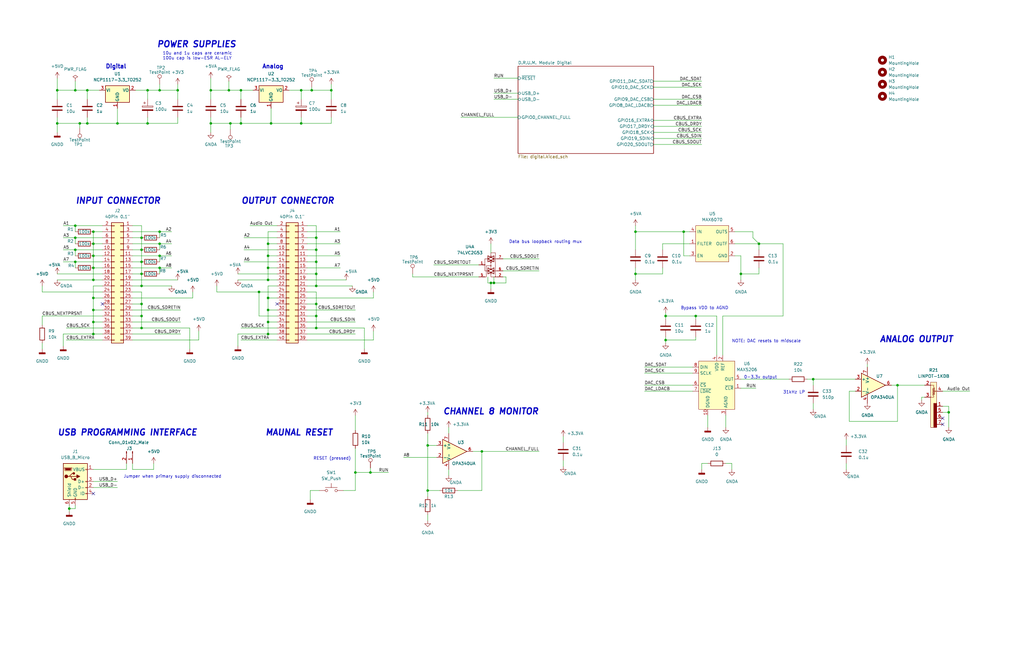
<source format=kicad_sch>
(kicad_sch (version 20211123) (generator eeschema)
  (paper "B")
  (title_block (title "D.R.U.M. Sample Module") (date "2022-09-23") (rev "0.0") (company "DRUM Instrumentation"))
  (junction (at 24.13 38.1))
  (junction (at 59.69 105.41))
  (junction (at 208.28 119.38))
  (junction (at 31.75 38.1))
  (junction (at 133.35 120.65))
  (junction (at 31.75 95.25))
  (junction (at 39.37 130.81))
  (junction (at 127 38.1))
  (junction (at 133.35 105.41))
  (junction (at 133.35 110.49))
  (junction (at 67.31 97.79))
  (junction (at 59.69 110.49))
  (junction (at 180.34 187.96))
  (junction (at 24.13 52.07))
  (junction (at 113.03 140.97))
  (junction (at 36.83 52.07))
  (junction (at 113.03 102.87))
  (junction (at 74.93 38.1))
  (junction (at 131.445 38.1))
  (junction (at 62.23 52.07))
  (junction (at 133.35 138.43))
  (junction (at 280.67 143.51))
  (junction (at 39.37 118.11))
  (junction (at 113.03 113.03))
  (junction (at 156.21 199.39))
  (junction (at 67.31 113.03))
  (junction (at 113.03 107.95))
  (junction (at 36.83 38.1))
  (junction (at 59.69 133.35))
  (junction (at 133.35 128.27))
  (junction (at 59.69 120.65))
  (junction (at 149.86 199.39))
  (junction (at 31.75 100.33))
  (junction (at 133.35 133.35))
  (junction (at 312.42 115.57))
  (junction (at 96.52 38.1))
  (junction (at 39.37 107.95))
  (junction (at 203.2 190.5))
  (junction (at 113.03 135.89))
  (junction (at 378.46 162.56))
  (junction (at 101.6 52.07))
  (junction (at 113.03 130.81))
  (junction (at 62.23 38.1))
  (junction (at 139.7 38.1))
  (junction (at 59.69 100.33))
  (junction (at 67.31 102.87))
  (junction (at 31.75 110.49))
  (junction (at 67.31 107.95))
  (junction (at 39.37 125.73))
  (junction (at 97.155 52.07))
  (junction (at 39.37 135.89))
  (junction (at 342.9 160.02))
  (junction (at 293.37 133.35))
  (junction (at 39.37 102.87))
  (junction (at 180.34 207.01))
  (junction (at 280.67 133.35))
  (junction (at 88.9 38.1))
  (junction (at 39.37 113.03))
  (junction (at 400.05 173.99))
  (junction (at 49.53 52.07))
  (junction (at 133.35 115.57))
  (junction (at 127 52.07))
  (junction (at 67.31 38.1))
  (junction (at 33.655 52.07))
  (junction (at 320.04 102.87))
  (junction (at 288.29 97.79))
  (junction (at 267.97 97.79))
  (junction (at 59.69 128.27))
  (junction (at 39.37 97.79))
  (junction (at 114.3 52.07))
  (junction (at 29.21 214.63))
  (junction (at 59.69 115.57))
  (junction (at 113.03 125.73))
  (junction (at 113.03 118.11))
  (junction (at 133.35 100.33))
  (junction (at 109.22 123.19))
  (junction (at 31.75 105.41))
  (junction (at 88.9 52.07))
  (junction (at 207.01 119.38))
  (junction (at 39.37 140.97))
  (junction (at 267.97 115.57))
  (junction (at 101.6 38.1))
  (junction (at 59.69 138.43))
  (no_connect (at 116.84 128.27))
  (no_connect (at 43.18 128.27))
  (no_connect (at 397.51 179.07))
  (no_connect (at 397.51 176.53))
  (no_connect (at 39.37 208.28))
  (wire (pts (xy 29.21 214.63) (xy 29.21 215.9)))
  (wire (pts (xy 39.37 125.73) (xy 39.37 130.81)))
  (wire (pts (xy 184.15 187.96) (xy 180.34 187.96)))
  (wire (pts (xy 293.37 133.35) (xy 293.37 134.62)))
  (wire (pts (xy 267.97 95.25) (xy 267.97 97.79)))
  (wire (pts (xy 17.78 137.16) (xy 17.78 133.35)))
  (wire (pts (xy 74.93 52.07) (xy 62.23 52.07)))
  (wire (pts (xy 149.86 199.39) (xy 149.86 207.01)))
  (wire (pts (xy 88.9 52.07) (xy 88.9 55.88)))
  (wire (pts (xy 109.22 133.35) (xy 109.22 123.19)))
  (wire (pts (xy 275.59 50.8) (xy 295.91 50.8)))
  (wire (pts (xy 129.54 138.43) (xy 133.35 138.43)))
  (wire (pts (xy 205.74 119.38) (xy 207.01 119.38)))
  (wire (pts (xy 55.88 140.97) (xy 76.2 140.97)))
  (wire (pts (xy 67.31 97.79) (xy 67.31 100.33)))
  (wire (pts (xy 55.88 113.03) (xy 67.31 113.03)))
  (wire (pts (xy 302.26 133.35) (xy 293.37 133.35)))
  (wire (pts (xy 129.54 95.25) (xy 133.35 95.25)))
  (wire (pts (xy 290.83 107.95) (xy 288.29 107.95)))
  (wire (pts (xy 133.35 95.25) (xy 133.35 100.33)))
  (wire (pts (xy 55.88 130.81) (xy 76.2 130.81)))
  (wire (pts (xy 88.9 49.53) (xy 88.9 52.07)))
  (wire (pts (xy 91.44 123.19) (xy 109.22 123.19)))
  (wire (pts (xy 139.7 41.91) (xy 139.7 38.1)))
  (wire (pts (xy 129.54 128.27) (xy 133.35 128.27)))
  (wire (pts (xy 157.48 125.73) (xy 129.54 125.73)))
  (wire (pts (xy 109.22 123.19) (xy 116.84 123.19)))
  (wire (pts (xy 153.67 147.32) (xy 153.67 138.43)))
  (wire (pts (xy 43.18 97.79) (xy 39.37 97.79)))
  (wire (pts (xy 330.2 102.87) (xy 330.2 133.35)))
  (wire (pts (xy 88.9 38.1) (xy 96.52 38.1)))
  (wire (pts (xy 57.15 38.1) (xy 62.23 38.1)))
  (wire (pts (xy 59.69 133.35) (xy 59.69 138.43)))
  (wire (pts (xy 144.78 207.01) (xy 149.86 207.01)))
  (wire (pts (xy 308.61 198.12) (xy 308.61 195.58)))
  (wire (pts (xy 39.37 102.87) (xy 39.37 107.95)))
  (wire (pts (xy 31.75 34.29) (xy 31.75 38.1)))
  (wire (pts (xy 67.31 102.87) (xy 72.39 102.87)))
  (wire (pts (xy 114.3 52.07) (xy 114.3 45.72)))
  (wire (pts (xy 212.09 109.22) (xy 227.33 109.22)))
  (wire (pts (xy 267.97 105.41) (xy 267.97 97.79)))
  (wire (pts (xy 279.4 102.87) (xy 290.83 102.87)))
  (wire (pts (xy 39.37 107.95) (xy 39.37 113.03)))
  (wire (pts (xy 275.59 34.29) (xy 295.91 34.29)))
  (wire (pts (xy 102.87 100.33) (xy 116.84 100.33)))
  (wire (pts (xy 33.655 52.07) (xy 33.655 53.975)))
  (wire (pts (xy 101.6 41.91) (xy 101.6 38.1)))
  (wire (pts (xy 133.35 115.57) (xy 129.54 115.57)))
  (wire (pts (xy 365.76 153.67) (xy 365.76 154.94)))
  (wire (pts (xy 127 38.1) (xy 127 41.91)))
  (wire (pts (xy 62.23 52.07) (xy 49.53 52.07)))
  (wire (pts (xy 67.31 97.79) (xy 72.39 97.79)))
  (wire (pts (xy 49.53 52.07) (xy 49.53 45.72)))
  (wire (pts (xy 24.13 38.1) (xy 31.75 38.1)))
  (wire (pts (xy 26.67 140.97) (xy 39.37 140.97)))
  (wire (pts (xy 320.04 115.57) (xy 312.42 115.57)))
  (wire (pts (xy 129.54 123.19) (xy 133.35 123.19)))
  (wire (pts (xy 100.33 118.11) (xy 113.03 118.11)))
  (wire (pts (xy 31.75 95.25) (xy 43.18 95.25)))
  (wire (pts (xy 292.1 154.94) (xy 271.78 154.94)))
  (wire (pts (xy 312.42 160.02) (xy 332.74 160.02)))
  (wire (pts (xy 88.9 38.1) (xy 88.9 41.91)))
  (wire (pts (xy 342.9 170.18) (xy 342.9 172.72)))
  (wire (pts (xy 129.54 107.95) (xy 143.51 107.95)))
  (wire (pts (xy 317.5 100.33) (xy 320.04 102.87)))
  (wire (pts (xy 149.86 175.26) (xy 149.86 181.61)))
  (wire (pts (xy 309.88 102.87) (xy 320.04 102.87)))
  (wire (pts (xy 116.84 107.95) (xy 113.03 107.95)))
  (wire (pts (xy 292.1 165.1) (xy 271.78 165.1)))
  (wire (pts (xy 72.39 120.65) (xy 59.69 120.65)))
  (wire (pts (xy 292.1 162.56) (xy 271.78 162.56)))
  (wire (pts (xy 43.18 118.11) (xy 39.37 118.11)))
  (wire (pts (xy 64.77 195.58) (xy 64.77 198.12)))
  (wire (pts (xy 31.75 38.1) (xy 36.83 38.1)))
  (wire (pts (xy 116.84 135.89) (xy 113.03 135.89)))
  (wire (pts (xy 149.86 199.39) (xy 156.21 199.39)))
  (wire (pts (xy 207.01 119.38) (xy 208.28 119.38)))
  (wire (pts (xy 309.88 97.79) (xy 317.5 97.79)))
  (wire (pts (xy 17.78 144.78) (xy 17.78 147.32)))
  (wire (pts (xy 67.31 113.03) (xy 67.31 115.57)))
  (wire (pts (xy 189.23 200.66) (xy 189.23 198.12)))
  (wire (pts (xy 320.04 102.87) (xy 330.2 102.87)))
  (wire (pts (xy 275.59 44.45) (xy 295.91 44.45)))
  (wire (pts (xy 83.82 143.51) (xy 55.88 143.51)))
  (wire (pts (xy 397.51 171.45) (xy 400.05 171.45)))
  (wire (pts (xy 83.82 139.7) (xy 83.82 143.51)))
  (wire (pts (xy 113.03 107.95) (xy 113.03 113.03)))
  (wire (pts (xy 127 38.1) (xy 131.445 38.1)))
  (wire (pts (xy 74.93 118.11) (xy 55.88 118.11)))
  (wire (pts (xy 133.35 133.35) (xy 133.35 138.43)))
  (wire (pts (xy 275.59 58.42) (xy 295.91 58.42)))
  (wire (pts (xy 116.84 102.87) (xy 113.03 102.87)))
  (wire (pts (xy 312.42 163.83) (xy 318.77 163.83)))
  (wire (pts (xy 218.44 33.02) (xy 208.28 33.02)))
  (wire (pts (xy 139.7 49.53) (xy 139.7 52.07)))
  (wire (pts (xy 59.69 100.33) (xy 59.69 105.41)))
  (wire (pts (xy 31.75 110.49) (xy 43.18 110.49)))
  (wire (pts (xy 267.97 115.57) (xy 267.97 118.11)))
  (wire (pts (xy 31.75 213.36) (xy 31.75 214.63)))
  (wire (pts (xy 129.54 135.89) (xy 149.86 135.89)))
  (wire (pts (xy 213.36 116.84) (xy 213.36 119.38)))
  (wire (pts (xy 26.67 95.25) (xy 31.75 95.25)))
  (wire (pts (xy 127 52.07) (xy 114.3 52.07)))
  (wire (pts (xy 360.68 165.1) (xy 358.14 165.1)))
  (wire (pts (xy 55.88 128.27) (xy 59.69 128.27)))
  (wire (pts (xy 17.78 123.19) (xy 43.18 123.19)))
  (wire (pts (xy 131.445 36.83) (xy 131.445 38.1)))
  (wire (pts (xy 212.09 114.3) (xy 227.33 114.3)))
  (wire (pts (xy 67.31 35.56) (xy 67.31 38.1)))
  (wire (pts (xy 293.37 143.51) (xy 280.67 143.51)))
  (wire (pts (xy 275.59 36.83) (xy 295.91 36.83)))
  (wire (pts (xy 39.37 205.74) (xy 49.53 205.74)))
  (wire (pts (xy 182.88 111.76) (xy 201.93 111.76)))
  (wire (pts (xy 81.28 125.73) (xy 55.88 125.73)))
  (wire (pts (xy 306.07 175.26) (xy 306.07 180.34)))
  (wire (pts (xy 74.93 35.56) (xy 74.93 38.1)))
  (wire (pts (xy 101.6 52.07) (xy 114.3 52.07)))
  (wire (pts (xy 130.81 207.01) (xy 134.62 207.01)))
  (wire (pts (xy 59.69 115.57) (xy 59.69 110.49)))
  (wire (pts (xy 173.99 115.57) (xy 173.99 116.84)))
  (wire (pts (xy 342.9 160.02) (xy 360.68 160.02)))
  (wire (pts (xy 129.54 100.33) (xy 133.35 100.33)))
  (wire (pts (xy 39.37 118.11) (xy 39.37 113.03)))
  (wire (pts (xy 101.6 52.07) (xy 101.6 49.53)))
  (wire (pts (xy 189.23 180.34) (xy 189.23 182.88)))
  (wire (pts (xy 113.03 118.11) (xy 116.84 118.11)))
  (wire (pts (xy 24.13 52.07) (xy 33.655 52.07)))
  (wire (pts (xy 24.13 38.1) (xy 24.13 41.91)))
  (wire (pts (xy 31.75 105.41) (xy 43.18 105.41)))
  (wire (pts (xy 97.155 52.07) (xy 101.6 52.07)))
  (wire (pts (xy 113.03 135.89) (xy 113.03 140.97)))
  (wire (pts (xy 67.31 107.95) (xy 67.31 110.49)))
  (wire (pts (xy 113.03 120.65) (xy 113.03 125.73)))
  (wire (pts (xy 288.29 97.79) (xy 290.83 97.79)))
  (wire (pts (xy 59.69 105.41) (xy 59.69 110.49)))
  (wire (pts (xy 55.88 105.41) (xy 59.69 105.41)))
  (wire (pts (xy 59.69 120.65) (xy 55.88 120.65)))
  (wire (pts (xy 133.35 115.57) (xy 133.35 110.49)))
  (wire (pts (xy 293.37 133.35) (xy 280.67 133.35)))
  (wire (pts (xy 39.37 203.2) (xy 49.53 203.2)))
  (wire (pts (xy 340.36 160.02) (xy 342.9 160.02)))
  (wire (pts (xy 267.97 97.79) (xy 288.29 97.79)))
  (wire (pts (xy 302.26 149.86) (xy 302.26 133.35)))
  (wire (pts (xy 31.75 105.41) (xy 31.75 107.95)))
  (wire (pts (xy 96.52 38.1) (xy 101.6 38.1)))
  (wire (pts (xy 320.04 113.03) (xy 320.04 115.57)))
  (wire (pts (xy 62.23 49.53) (xy 62.23 52.07)))
  (wire (pts (xy 180.34 182.88) (xy 180.34 187.96)))
  (wire (pts (xy 218.44 39.37) (xy 208.28 39.37)))
  (wire (pts (xy 388.62 168.91) (xy 388.62 167.64)))
  (wire (pts (xy 59.69 128.27) (xy 59.69 133.35)))
  (wire (pts (xy 131.445 38.1) (xy 139.7 38.1)))
  (wire (pts (xy 139.7 35.56) (xy 139.7 38.1)))
  (wire (pts (xy 97.155 52.07) (xy 97.155 54.61)))
  (wire (pts (xy 129.54 133.35) (xy 133.35 133.35)))
  (wire (pts (xy 129.54 140.97) (xy 149.86 140.97)))
  (wire (pts (xy 55.88 97.79) (xy 67.31 97.79)))
  (wire (pts (xy 378.46 162.56) (xy 375.92 162.56)))
  (wire (pts (xy 157.48 123.19) (xy 157.48 125.73)))
  (wire (pts (xy 280.67 132.08) (xy 280.67 133.35)))
  (wire (pts (xy 203.2 190.5) (xy 227.33 190.5)))
  (wire (pts (xy 397.51 173.99) (xy 400.05 173.99)))
  (wire (pts (xy 397.51 165.1) (xy 408.94 165.1)))
  (wire (pts (xy 43.18 115.57) (xy 24.13 115.57)))
  (wire (pts (xy 62.23 38.1) (xy 62.23 41.91)))
  (wire (pts (xy 295.91 195.58) (xy 298.45 195.58)))
  (wire (pts (xy 356.87 195.58) (xy 356.87 198.12)))
  (wire (pts (xy 43.18 130.81) (xy 39.37 130.81)))
  (wire (pts (xy 102.87 110.49) (xy 116.84 110.49)))
  (wire (pts (xy 43.18 138.43) (xy 27.94 138.43)))
  (wire (pts (xy 59.69 110.49) (xy 55.88 110.49)))
  (wire (pts (xy 36.83 52.07) (xy 49.53 52.07)))
  (wire (pts (xy 26.67 146.05) (xy 26.67 140.97)))
  (wire (pts (xy 31.75 100.33) (xy 31.75 102.87)))
  (wire (pts (xy 24.13 118.11) (xy 39.37 118.11)))
  (wire (pts (xy 91.44 120.65) (xy 91.44 123.19)))
  (wire (pts (xy 330.2 133.35) (xy 304.8 133.35)))
  (wire (pts (xy 180.34 207.01) (xy 180.34 209.55)))
  (wire (pts (xy 133.35 123.19) (xy 133.35 128.27)))
  (wire (pts (xy 62.23 38.1) (xy 67.31 38.1)))
  (wire (pts (xy 130.81 210.82) (xy 130.81 207.01)))
  (wire (pts (xy 74.93 41.91) (xy 74.93 38.1)))
  (wire (pts (xy 55.88 135.89) (xy 76.2 135.89)))
  (wire (pts (xy 312.42 115.57) (xy 312.42 118.11)))
  (wire (pts (xy 133.35 100.33) (xy 133.35 105.41)))
  (wire (pts (xy 116.84 130.81) (xy 113.03 130.81)))
  (wire (pts (xy 146.05 118.11) (xy 129.54 118.11)))
  (wire (pts (xy 43.18 125.73) (xy 39.37 125.73)))
  (wire (pts (xy 100.33 146.05) (xy 100.33 140.97)))
  (wire (pts (xy 67.31 107.95) (xy 72.39 107.95)))
  (wire (pts (xy 129.54 120.65) (xy 133.35 120.65)))
  (wire (pts (xy 133.35 128.27) (xy 133.35 133.35)))
  (wire (pts (xy 24.13 33.02) (xy 24.13 38.1)))
  (wire (pts (xy 208.28 116.84) (xy 208.28 119.38)))
  (wire (pts (xy 43.18 113.03) (xy 39.37 113.03)))
  (wire (pts (xy 156.21 199.39) (xy 163.83 199.39)))
  (wire (pts (xy 279.4 113.03) (xy 279.4 115.57)))
  (wire (pts (xy 67.31 102.87) (xy 67.31 105.41)))
  (wire (pts (xy 55.88 95.25) (xy 59.69 95.25)))
  (wire (pts (xy 129.54 102.87) (xy 143.51 102.87)))
  (wire (pts (xy 55.88 195.58) (xy 55.88 198.12)))
  (wire (pts (xy 31.75 110.49) (xy 31.75 113.03)))
  (wire (pts (xy 293.37 142.24) (xy 293.37 143.51)))
  (wire (pts (xy 116.84 125.73) (xy 113.03 125.73)))
  (wire (pts (xy 55.88 123.19) (xy 59.69 123.19)))
  (wire (pts (xy 39.37 198.12) (xy 53.34 198.12)))
  (wire (pts (xy 280.67 133.35) (xy 280.67 134.62)))
  (wire (pts (xy 36.83 52.07) (xy 36.83 49.53)))
  (wire (pts (xy 292.1 157.48) (xy 271.78 157.48)))
  (wire (pts (xy 116.84 143.51) (xy 101.6 143.51)))
  (wire (pts (xy 388.62 167.64) (xy 389.89 167.64)))
  (wire (pts (xy 180.34 217.17) (xy 180.34 219.71)))
  (wire (pts (xy 149.86 189.23) (xy 149.86 199.39)))
  (wire (pts (xy 36.83 41.91) (xy 36.83 38.1)))
  (wire (pts (xy 43.18 107.95) (xy 39.37 107.95)))
  (wire (pts (xy 81.28 123.19) (xy 81.28 125.73)))
  (wire (pts (xy 207.01 119.38) (xy 207.01 121.92)))
  (wire (pts (xy 43.18 102.87) (xy 39.37 102.87)))
  (wire (pts (xy 275.59 60.96) (xy 295.91 60.96)))
  (wire (pts (xy 55.88 138.43) (xy 59.69 138.43)))
  (wire (pts (xy 24.13 49.53) (xy 24.13 52.07)))
  (wire (pts (xy 320.04 102.87) (xy 320.04 105.41)))
  (wire (pts (xy 113.03 130.81) (xy 113.03 135.89)))
  (wire (pts (xy 267.97 113.03) (xy 267.97 115.57)))
  (wire (pts (xy 312.42 107.95) (xy 312.42 115.57)))
  (wire (pts (xy 133.35 105.41) (xy 133.35 110.49)))
  (wire (pts (xy 157.48 139.7) (xy 157.48 143.51)))
  (wire (pts (xy 31.75 100.33) (xy 43.18 100.33)))
  (wire (pts (xy 213.36 119.38) (xy 208.28 119.38)))
  (wire (pts (xy 116.84 120.65) (xy 113.03 120.65)))
  (wire (pts (xy 180.34 207.01) (xy 185.42 207.01)))
  (wire (pts (xy 67.31 38.1) (xy 74.93 38.1)))
  (wire (pts (xy 279.4 115.57) (xy 267.97 115.57)))
  (wire (pts (xy 218.44 41.91) (xy 208.28 41.91)))
  (wire (pts (xy 180.34 187.96) (xy 180.34 207.01)))
  (wire (pts (xy 59.69 123.19) (xy 59.69 128.27)))
  (wire (pts (xy 129.54 113.03) (xy 143.51 113.03)))
  (wire (pts (xy 80.01 147.32) (xy 80.01 138.43)))
  (wire (pts (xy 24.13 52.07) (xy 24.13 55.88)))
  (wire (pts (xy 26.67 100.33) (xy 31.75 100.33)))
  (wire (pts (xy 173.99 116.84) (xy 201.93 116.84)))
  (wire (pts (xy 53.34 198.12) (xy 53.34 195.58)))
  (wire (pts (xy 113.03 118.11) (xy 113.03 113.03)))
  (wire (pts (xy 116.84 95.25) (xy 105.41 95.25)))
  (wire (pts (xy 55.88 133.35) (xy 59.69 133.35)))
  (wire (pts (xy 378.46 162.56) (xy 389.89 162.56)))
  (wire (pts (xy 218.44 49.53) (xy 194.31 49.53)))
  (wire (pts (xy 133.35 120.65) (xy 148.59 120.65)))
  (wire (pts (xy 193.04 207.01) (xy 203.2 207.01)))
  (wire (pts (xy 59.69 120.65) (xy 59.69 115.57)))
  (wire (pts (xy 237.49 194.31) (xy 237.49 196.85)))
  (wire (pts (xy 400.05 173.99) (xy 400.05 180.34)))
  (wire (pts (xy 275.59 53.34) (xy 295.91 53.34)))
  (wire (pts (xy 55.88 107.95) (xy 67.31 107.95)))
  (wire (pts (xy 67.31 113.03) (xy 72.39 113.03)))
  (wire (pts (xy 100.33 140.97) (xy 113.03 140.97)))
  (wire (pts (xy 74.93 49.53) (xy 74.93 52.07)))
  (wire (pts (xy 358.14 165.1) (xy 358.14 177.8)))
  (wire (pts (xy 17.78 120.65) (xy 17.78 123.19)))
  (wire (pts (xy 39.37 120.65) (xy 39.37 125.73)))
  (wire (pts (xy 55.88 100.33) (xy 59.69 100.33)))
  (wire (pts (xy 102.87 105.41) (xy 116.84 105.41)))
  (wire (pts (xy 129.54 97.79) (xy 143.51 97.79)))
  (wire (pts (xy 280.67 142.24) (xy 280.67 143.51)))
  (wire (pts (xy 43.18 135.89) (xy 39.37 135.89)))
  (wire (pts (xy 129.54 105.41) (xy 133.35 105.41)))
  (wire (pts (xy 127 49.53) (xy 127 52.07)))
  (wire (pts (xy 378.46 177.8) (xy 378.46 162.56)))
  (wire (pts (xy 55.88 102.87) (xy 67.31 102.87)))
  (wire (pts (xy 26.67 105.41) (xy 31.75 105.41)))
  (wire (pts (xy 279.4 105.41) (xy 279.4 102.87)))
  (wire (pts (xy 116.84 97.79) (xy 113.03 97.79)))
  (wire (pts (xy 280.67 143.51) (xy 280.67 144.78)))
  (wire (pts (xy 113.03 102.87) (xy 113.03 107.95)))
  (wire (pts (xy 133.35 120.65) (xy 133.35 115.57)))
  (wire (pts (xy 39.37 140.97) (xy 43.18 140.97)))
  (wire (pts (xy 17.78 133.35) (xy 43.18 133.35)))
  (wire (pts (xy 157.48 143.51) (xy 129.54 143.51)))
  (wire (pts (xy 129.54 130.81) (xy 149.86 130.81)))
  (wire (pts (xy 358.14 177.8) (xy 378.46 177.8)))
  (wire (pts (xy 116.84 133.35) (xy 109.22 133.35)))
  (wire (pts (xy 26.67 110.49) (xy 31.75 110.49)))
  (wire (pts (xy 113.03 97.79) (xy 113.03 102.87)))
  (wire (pts (xy 33.655 52.07) (xy 36.83 52.07)))
  (wire (pts (xy 275.59 41.91) (xy 295.91 41.91)))
  (wire (pts (xy 121.92 38.1) (xy 127 38.1)))
  (wire (pts (xy 59.69 115.57) (xy 55.88 115.57)))
  (wire (pts (xy 288.29 107.95) (xy 288.29 97.79)))
  (wire (pts (xy 88.9 33.02) (xy 88.9 38.1)))
  (wire (pts (xy 203.2 207.01) (xy 203.2 190.5)))
  (wire (pts (xy 342.9 160.02) (xy 342.9 162.56)))
  (wire (pts (xy 59.69 138.43) (xy 80.01 138.43)))
  (wire (pts (xy 153.67 138.43) (xy 133.35 138.43)))
  (wire (pts (xy 213.36 116.84) (xy 212.09 116.84)))
  (wire (pts (xy 304.8 149.86) (xy 304.8 133.35)))
  (wire (pts (xy 116.84 113.03) (xy 113.03 113.03)))
  (wire (pts (xy 31.75 95.25) (xy 31.75 97.79)))
  (wire (pts (xy 180.34 173.99) (xy 180.34 175.26)))
  (wire (pts (xy 29.21 213.36) (xy 29.21 214.63)))
  (wire (pts (xy 31.75 214.63) (xy 29.21 214.63)))
  (wire (pts (xy 101.6 38.1) (xy 106.68 38.1)))
  (wire (pts (xy 170.18 193.04) (xy 184.15 193.04)))
  (wire (pts (xy 207.01 102.87) (xy 207.01 106.68)))
  (wire (pts (xy 203.2 190.5) (xy 199.39 190.5)))
  (wire (pts (xy 317.5 97.79) (xy 317.5 100.33)))
  (wire (pts (xy 156.21 197.485) (xy 156.21 199.39)))
  (wire (pts (xy 275.59 55.88) (xy 295.91 55.88)))
  (wire (pts (xy 133.35 110.49) (xy 129.54 110.49)))
  (wire (pts (xy 308.61 195.58) (xy 306.07 195.58)))
  (wire (pts (xy 55.88 198.12) (xy 64.77 198.12)))
  (wire (pts (xy 39.37 130.81) (xy 39.37 135.89)))
  (wire (pts (xy 43.18 143.51) (xy 27.94 143.51)))
  (wire (pts (xy 59.69 95.25) (xy 59.69 100.33)))
  (wire (pts (xy 39.37 97.79) (xy 39.37 102.87)))
  (wire (pts (xy 356.87 185.42) (xy 356.87 187.96)))
  (wire (pts (xy 298.45 175.26) (xy 298.45 180.34)))
  (wire (pts (xy 237.49 184.15) (xy 237.49 186.69)))
  (wire (pts (xy 116.84 138.43) (xy 101.6 138.43)))
  (wire (pts (xy 400.05 171.45) (xy 400.05 173.99)))
  (wire (pts (xy 205.74 116.84) (xy 205.74 119.38)))
  (wire (pts (xy 36.83 38.1) (xy 41.91 38.1)))
  (wire (pts (xy 139.7 52.07) (xy 127 52.07)))
  (wire (pts (xy 116.84 115.57) (xy 100.33 115.57)))
  (wire (pts (xy 309.88 107.95) (xy 312.42 107.95)))
  (wire (pts (xy 88.9 52.07) (xy 97.155 52.07)))
  (wire (pts (xy 43.18 120.65) (xy 39.37 120.65)))
  (wire (pts (xy 113.03 125.73) (xy 113.03 130.81)))
  (wire (pts (xy 295.91 198.12) (xy 295.91 195.58)))
  (wire (pts (xy 96.52 34.29) (xy 96.52 38.1)))
  (wire (pts (xy 113.03 140.97) (xy 116.84 140.97)))
  (wire (pts (xy 39.37 135.89) (xy 39.37 140.97)))
  (text "USB PROGRAMMING INTERFACE" (at 24.13 184.15 0) (effects (font (size 2.54 2.54) (thickness 0.508) bold italic) (justify left bottom)))
  (text "Analog" (at 110.49 29.21 0) (effects (font (size 1.75 1.75) bold) (justify left bottom)))
  (text "ANALOG OUTPUT" (at 370.84 144.78 0) (effects (font (size 2.54 2.54) (thickness 0.508) bold italic) (justify left bottom)))
  (text "10u and 1u caps are ceramic\n100u cap is low-ESR AL-ELY" (at 68.58 25.4 0) (effects (font (size 1.27 1.27)) (justify left bottom)))
  (text "Data bus loopback routing mux" (at 214.63 102.87 0) (effects (font (size 1.27 1.27)) (justify left bottom)))
  (text "Jumper when primary supply disconnected" (at 52.07 201.93 0) (effects (font (size 1.27 1.27)) (justify left bottom)))
  (text "MAUNAL RESET" (at 111.76 184.15 0) (effects (font (size 2.54 2.54) (thickness 0.508) bold italic) (justify left bottom)))
  (text "CHANNEL 8 MONITOR" (at 186.69 175.26 0) (effects (font (size 2.54 2.54) (thickness 0.508) bold italic) (justify left bottom)))
  (text "0-3.3v output" (at 313.69 160.02 0) (effects (font (size 1.27 1.27)) (justify left bottom)))
  (text "POWER SUPPLIES" (at 66.04 20.32 0) (effects (font (size 2.54 2.54) (thickness 0.508) bold italic) (justify left bottom)))
  (text "Bypass VDD to AGND" (at 287.02 130.81 0) (effects (font (size 1.27 1.27)) (justify left bottom)))
  (text "NOTE: DAC resets to midscale" (at 308.61 144.78 0) (effects (font (size 1.27 1.27)) (justify left bottom)))
  (text "RESET (pressed)" (at 132.08 194.31 0) (effects (font (size 1.27 1.27)) (justify left bottom)))
  (text "INPUT CONNECTOR" (at 31.75 86.36 0) (effects (font (size 2.54 2.54) (thickness 0.508) bold italic) (justify left bottom)))
  (text "OUTPUT CONNECTOR" (at 101.6 86.36 0) (effects (font (size 2.54 2.54) (thickness 0.508) bold italic) (justify left bottom)))
  (text "31kHz LP" (at 330.2 166.37 0) (effects (font (size 1.27 1.27)) (justify left bottom)))
  (text "Digital" (at 44.45 29.21 0) (effects (font (size 1.75 1.75) (thickness 0.35) bold) (justify left bottom)))
  (label "A6" (at 72.39 107.95 180))
  (label "A5" (at 26.67 105.41 0))
  (label "CBUS_SDOUT" (at 227.33 109.22 180))
  (label "DAC_LDACB" (at 271.78 165.1 0))
  (label "CBUS_SCK" (at 295.91 55.88 180))
  (label "CHANNEL_FULL" (at 194.31 49.53 0))
  (label "CBUS_SDRETOUT" (at 149.86 130.81 180))
  (label "DAC_SDAT" (at 271.78 154.94 0))
  (label "CBUS_NEXTPRSNT" (at 182.88 116.84 0))
  (label "CBUS_DRDY" (at 76.2 140.97 180))
  (label "CBUS_EXTRA" (at 101.6 143.51 0))
  (label "CBUS_SDIN" (at 149.86 135.89 180))
  (label "A5" (at 143.51 107.95 180))
  (label "USB_D+" (at 208.28 39.37 0))
  (label "CBUS_SDRETOUT" (at 182.88 111.76 0))
  (label "USB_D+" (at 49.53 203.2 180))
  (label "Audio Out" (at 408.94 165.1 180))
  (label "A6" (at 102.87 110.49 0))
  (label "A3" (at 26.67 100.33 0))
  (label "CBUS_SCK" (at 101.6 138.43 0))
  (label "A1" (at 143.51 97.79 180))
  (label "USB_D-" (at 208.28 41.91 0))
  (label "DAC_LDACB" (at 295.91 44.45 180))
  (label "DAC_SCK" (at 271.78 157.48 0))
  (label "CBUS_SDOUT" (at 295.91 60.96 180))
  (label "A8" (at 72.39 113.03 180))
  (label "CBUS_SDRETIN" (at 76.2 130.81 180))
  (label "CBUS_SDRETIN" (at 227.33 114.3 180))
  (label "A8" (at 170.18 193.04 0))
  (label "CBUS_SCK" (at 27.94 138.43 0))
  (label "A4" (at 102.87 105.41 0))
  (label "CBUS_NEXTPRSNT" (at 17.78 133.35 0))
  (label "A3" (at 143.51 102.87 180))
  (label "Audio Out" (at 105.41 95.25 0))
  (label "RUN" (at 318.77 163.83 180))
  (label "DAC_SCK" (at 295.91 36.83 180))
  (label "DAC_SDAT" (at 295.91 34.29 180))
  (label "DAC_CSB" (at 295.91 41.91 180))
  (label "USB_D-" (at 49.53 205.74 180))
  (label "RUN" (at 163.83 199.39 180))
  (label "CBUS_SDOUT" (at 76.2 135.89 180))
  (label "CBUS_EXTRA" (at 27.94 143.51 0))
  (label "CBUS_DRDY" (at 149.86 140.97 180))
  (label "A7" (at 26.67 110.49 0))
  (label "RUN" (at 208.28 33.02 0))
  (label "A1" (at 26.67 95.25 0))
  (label "CHANNEL_FULL" (at 227.33 190.5 180))
  (label "A2" (at 72.39 97.79 180))
  (label "DAC_CSB" (at 271.78 162.56 0))
  (label "A4" (at 72.39 102.87 180))
  (label "CBUS_DRDY" (at 295.91 53.34 180))
  (label "CBUS_SDIN" (at 295.91 58.42 180))
  (label "A7" (at 143.51 113.03 180))
  (label "A2" (at 102.87 100.33 0))
  (label "CBUS_EXTRA" (at 295.91 50.8 180))
  (symbol (lib_id "power:+3.3VA") (at 189.23 180.34 0) (unit 1)
    (property "Reference" "#PWR030" (effects hide))
    (property "Value" "+3.3VA" (at 194.31 179.07 0))
  )
  (symbol (lib_id "power:GNDD") (at 29.21 215.9 0) (unit 1)
    (property "Reference" "#PWR07" (effects hide))
    (property "Value" "GNDD" (at 29.21 220.98 0))
  )
  (symbol (lib_id "74xGxx:74LVC2G53") (at 207.01 111.76 0) (unit 1)
    (property "Reference" "U4" (at 198.12 104.14 0))
    (property "Value" "74LVC2G53" (at 198.12 106.68 0))
    (property "Footprint" "Package_SO:VSSOP-8_2.3x2mm_P0.5mm" (effects hide))
    (property "Datasheet" "http://www.ti.com/lit/sg/scyt129e/scyt129e.pdf" (effects hide))
  )
  (symbol (lib_id "power:GNDD") (at 153.67 147.32 0) (unit 1)
    (property "Reference" "#PWR09" (effects hide))
    (property "Value" "GNDD" (at 153.67 152.4 0))
  )
  (symbol (lib_id "Device:R") (at 149.86 185.42 0) (unit 1)
    (property "Reference" "R10" (at 152.4 184.1499 0) (effects (justify left)))
    (property "Value" "10k" (at 152.4 186.6899 0) (effects (justify left)))
    (property "Footprint" "Resistor_SMD:R_0603_1608Metric_Pad0.98x0.95mm_HandSolder" (effects hide))
  )
  (symbol (lib_id "power:GNDA") (at 342.9 172.72 0) (unit 1)
    (property "Reference" "#PWR0113" (effects hide))
    (property "Value" "GNDA" (at 345.8234 175.6869 0))
  )
  (symbol (lib_id "power:+5VD") (at 91.44 120.65 0) (unit 1)
    (property "Reference" "#PWR016" (effects hide))
    (property "Value" "+5VD" (at 91.44 115.57 0))
  )
  (symbol (lib_id "Connector:TestPoint") (at 33.655 53.975 180) (unit 1)
    (property "Reference" "TP1" (at 34.925 60.96 0) (effects (justify left)))
    (property "Value" "TestPoint" (at 38.1 59.055 0) (effects (justify left)))
    (property "Footprint" "TestPoint:TestPoint_Pad_D1.5mm" (effects hide))
  )
  (symbol (lib_id "custom-lib:LINPOT-10KDB") (at 393.7 170.18 0) (unit 1)
    (property "Reference" "R21" (at 393.7 156.21 0))
    (property "Value" "LINPOT-1KDB" (at 393.7 158.75 0))
    (property "Footprint" "custom:LINPOT-10KDB" (effects hide))
  )
  (symbol (lib_id "power:+5VA") (at 267.97 95.25 0) (unit 1)
    (property "Reference" "#PWR0101" (effects hide))
    (property "Value" "+5VA" (at 267.97 90.17 0))
  )
  (symbol (lib_id "power:+5VD") (at 81.28 123.19 0) (unit 1)
    (property "Reference" "#PWR027" (effects hide))
    (property "Value" "+5VD" (at 81.28 118.11 0))
  )
  (symbol (lib_id "power:+3.3VA") (at 139.7 35.56 0) (unit 1)
    (property "Reference" "#PWR022" (effects hide))
    (property "Value" "+3.3VA" (at 139.7 30.48 0))
  )
  (symbol (lib_id "power:+3V3") (at 149.86 175.26 0) (unit 1)
    (property "Reference" "#PWR026" (effects hide))
    (property "Value" "+3V3" (at 149.86 170.18 0))
  )
  (symbol (lib_id "Mechanical:MountingHole") (at 372.11 30.48 0) (unit 1)
    (property "Reference" "H2" (at 374.65 29.2099 0) (effects (justify left)))
    (property "Value" "MountingHole" (at 374.65 31.7499 0) (effects (justify left)))
    (property "Footprint" "MountingHole:MountingHole_3.2mm_M3" (effects hide))
  )
  (symbol (lib_id "power:GNDA") (at 388.62 168.91 0) (unit 1)
    (property "Reference" "#PWR040" (effects hide))
    (property "Value" "GNDA" (at 388.62 173.99 0))
  )
  (symbol (lib_id "power:+5VA") (at 146.05 118.11 0) (mirror y) (unit 1)
    (property "Reference" "#PWR023" (effects hide))
    (property "Value" "+5VA" (at 147.9894 114.5338 0))
  )
  (symbol (lib_id "custom-lib:MAX5206") (at 302.26 160.02 0) (unit 1)
    (property "Reference" "U6" (at 314.96 153.4412 0))
    (property "Value" "MAX5206" (at 314.96 155.9812 0))
    (property "Footprint" "Package_SO:MSOP-10_3x3mm_P0.5mm" (effects hide))
    (property "Datasheet" "https://datasheets.maximintegrated.com/en/ds/MAX5204-MAX5207.pdf" (effects hide))
  )
  (symbol (lib_id "custom-lib:MAX6070") (at 299.72 102.87 0) (unit 1)
    (property "Reference" "U5" (at 300.355 90.17 0))
    (property "Value" "MAX6070" (at 300.355 92.71 0))
    (property "Footprint" "Package_TO_SOT_SMD:SOT-23-6_Handsoldering" (effects hide))
  )
  (symbol (lib_id "Device:R") (at 189.23 207.01 270) (unit 1)
    (property "Reference" "R13" (at 189.23 209.55 90))
    (property "Value" "10k" (at 189.23 207.01 90))
    (property "Footprint" "Resistor_SMD:R_0603_1608Metric_Pad0.98x0.95mm_HandSolder" (effects hide))
  )
  (symbol (lib_id "power:PWR_FLAG") (at 31.75 34.29 0) (unit 1)
    (property "Reference" "#FLG02" (effects hide))
    (property "Value" "PWR_FLAG" (at 31.75 29.21 0))
  )
  (symbol (lib_id "Connector:TestPoint") (at 131.445 36.83 0) (unit 1)
    (property "Reference" "TP4" (at 130.175 29.845 0) (effects (justify left)))
    (property "Value" "TestPoint" (at 127 31.75 0) (effects (justify left)))
    (property "Footprint" "TestPoint:TestPoint_Pad_D1.5mm" (effects hide))
  )
  (symbol (lib_id "power:GNDD") (at 100.33 146.05 0) (unit 1)
    (property "Reference" "#PWR06" (effects hide))
    (property "Value" "GNDD" (at 100.33 151.13 0))
  )
  (symbol (lib_id "power:+5VA") (at 74.93 118.11 0) (mirror y) (unit 1)
    (property "Reference" "#PWR011" (effects hide))
    (property "Value" "+5VA" (at 76.8694 114.5338 0))
  )
  (symbol (lib_id "power:+3.3VA") (at 365.76 153.67 0) (unit 1)
    (property "Reference" "#PWR041" (effects hide))
    (property "Value" "+3.3VA" (at 365.76 148.59 0))
  )
  (symbol (lib_id "power:GNDA") (at 267.97 118.11 0) (unit 1)
    (property "Reference" "#PWR035" (effects hide))
    (property "Value" "GNDA" (at 267.97 123.19 0))
  )
  (symbol (lib_id "Device:R") (at 35.56 102.87 90) (unit 1)
    (property "Reference" "R2" (at 29.7372 101.7683 90))
    (property "Value" "100k" (at 35.56 102.87 90))
    (property "Footprint" "Resistor_SMD:R_1206_3216Metric_Pad1.30x1.75mm_HandSolder" (effects hide))
  )
  (symbol (lib_id "Regulator_Linear:NCP1117-3.3_TO252") (at 114.3 38.1 0) (unit 1)
    (property "Reference" "U2" (at 114.3 31.115 0))
    (property "Value" "NCP1117-3.3_TO252" (at 114.3 33.655 0))
    (property "Footprint" "Package_TO_SOT_SMD:TO-252-2" (effects hide))
    (property "Datasheet" "http://www.onsemi.com/pub_link/Collateral/NCP1117-D.PDF" (effects hide))
  )
  (symbol (lib_id "power:+5VD") (at 157.48 139.7 0) (unit 1)
    (property "Reference" "#PWR0102" (effects hide))
    (property "Value" "+5VD" (at 157.48 134.62 0))
  )
  (symbol (lib_id "Connector:TestPoint") (at 97.155 54.61 180) (unit 1)
    (property "Reference" "TP3" (at 98.425 61.595 0) (effects (justify left)))
    (property "Value" "TestPoint" (at 101.6 59.69 0) (effects (justify left)))
    (property "Footprint" "TestPoint:TestPoint_Pad_D1.5mm" (effects hide))
  )
  (symbol (lib_id "Mechanical:MountingHole") (at 372.11 40.64 0) (unit 1)
    (property "Reference" "H4" (at 374.65 39.3699 0) (effects (justify left)))
    (property "Value" "MountingHole" (at 374.65 41.9099 0) (effects (justify left)))
    (property "Footprint" "MountingHole:MountingHole_3.2mm_M3" (effects hide))
  )
  (symbol (lib_id "Device:R") (at 35.56 97.79 90) (unit 1)
    (property "Reference" "R1" (at 29.7372 96.7759 90))
    (property "Value" "100k" (at 35.56 97.79 90))
    (property "Footprint" "Resistor_SMD:R_1206_3216Metric_Pad1.30x1.75mm_HandSolder" (effects hide))
  )
  (symbol (lib_id "power:+5VA") (at 88.9 33.02 0) (unit 1)
    (property "Reference" "#PWR014" (effects hide))
    (property "Value" "+5VA" (at 88.9 27.94 0))
  )
  (symbol (lib_id "power:+3.3VA") (at 237.49 184.15 0) (unit 1)
    (property "Reference" "#PWR0105" (effects hide))
    (property "Value" "+3.3VA" (at 242.57 182.88 0))
  )
  (symbol (lib_id "power:GNDA") (at 356.87 198.12 0) (unit 1)
    (property "Reference" "#PWR0107" (effects hide))
    (property "Value" "GNDA" (at 359.7934 201.0869 0))
  )
  (symbol (lib_id "Device:R") (at 35.56 107.95 90) (unit 1)
    (property "Reference" "R3" (at 29.7372 107.0434 90))
    (property "Value" "100k" (at 35.56 107.95 90))
    (property "Footprint" "Resistor_SMD:R_1206_3216Metric_Pad1.30x1.75mm_HandSolder" (effects hide))
  )
  (symbol (lib_id "Device:C") (at 293.37 138.43 0) (unit 1)
    (property "Reference" "C12" (at 297.18 137.1599 0) (effects (justify left)))
    (property "Value" "1u" (at 297.18 139.6999 0) (effects (justify left)))
    (property "Footprint" "Capacitor_SMD:C_0603_1608Metric_Pad1.08x0.95mm_HandSolder" (effects hide))
  )
  (symbol (lib_id "Mechanical:MountingHole") (at 372.11 25.4 0) (unit 1)
    (property "Reference" "H1" (at 374.65 24.1299 0) (effects (justify left)))
    (property "Value" "MountingHole" (at 374.65 26.6699 0) (effects (justify left)))
    (property "Footprint" "MountingHole:MountingHole_3.2mm_M3" (effects hide))
  )
  (symbol (lib_id "Switch:SW_Push") (at 139.7 207.01 0) (unit 1)
    (property "Reference" "SW1" (at 139.7 199.39 0))
    (property "Value" "SW_Push" (at 139.7 201.93 0))
    (property "Footprint" "custom:TE_ConnMSLPT5252CG1" (effects hide))
  )
  (symbol (lib_id "power:+5VD") (at 157.48 123.19 0) (unit 1)
    (property "Reference" "#PWR013" (effects hide))
    (property "Value" "+5VD" (at 157.48 118.11 0))
  )
  (symbol (lib_id "Device:R") (at 302.26 195.58 90) (unit 1)
    (property "Reference" "J13" (at 302.26 189.23 90))
    (property "Value" "0" (at 302.26 191.77 90))
    (property "Footprint" "Jumper:SolderJumper-2_P1.3mm_Open_TrianglePad1.0x1.5mm" (effects hide))
  )
  (symbol (lib_id "Device:C") (at 36.83 45.72 0) (unit 1)
    (property "Reference" "C2" (at 40.64 44.4499 0) (effects (justify left)))
    (property "Value" "1u" (at 40.64 46.9899 0) (effects (justify left)))
    (property "Footprint" "Capacitor_SMD:C_0603_1608Metric_Pad1.08x0.95mm_HandSolder" (effects hide))
  )
  (symbol (lib_id "Device:C") (at 342.9 166.37 0) (unit 1)
    (property "Reference" "C33" (at 346.71 165.0999 0) (effects (justify left)))
    (property "Value" "510p" (at 346.71 167.6399 0) (effects (justify left)))
    (property "Footprint" "Capacitor_SMD:C_0603_1608Metric_Pad1.08x0.95mm_HandSolder" (effects hide))
  )
  (symbol (lib_id "power:+3.3VA") (at 180.34 173.99 0) (mirror y) (unit 1)
    (property "Reference" "#PWR028" (effects hide))
    (property "Value" "+3.3VA" (at 176.53 170.18 0) (effects (justify right)))
  )
  (symbol (lib_id "power:GNDA") (at 72.39 120.65 0) (mirror y) (unit 1)
    (property "Reference" "#PWR024" (effects hide))
    (property "Value" "GNDA" (at 76.2 123.19 0))
  )
  (symbol (lib_id "Device:C_Polarized") (at 127 45.72 0) (unit 1)
    (property "Reference" "C7" (at 130.175 43.5609 0) (effects (justify left)))
    (property "Value" "100u" (at 130.175 46.1009 0) (effects (justify left)))
    (property "Footprint" "Capacitor_THT:CP_Radial_D8.0mm_P3.50mm" (effects hide))
  )
  (symbol (lib_id "power:+5VD") (at 64.77 195.58 0) (unit 1)
    (property "Reference" "#PWR08" (effects hide))
    (property "Value" "+5VD" (at 64.77 190.5 0))
  )
  (symbol (lib_id "power:GNDD") (at 130.81 210.82 0) (unit 1)
    (property "Reference" "#PWR021" (effects hide))
    (property "Value" "GNDD" (at 130.81 215.9 0))
  )
  (symbol (lib_id "Device:C") (at 320.04 109.22 0) (unit 1)
    (property "Reference" "C13" (at 323.85 107.9499 0) (effects (justify left)))
    (property "Value" "0.1u" (at 323.85 110.4899 0) (effects (justify left)))
    (property "Footprint" "Capacitor_SMD:C_0603_1608Metric_Pad1.08x0.95mm_HandSolder" (effects hide))
  )
  (symbol (lib_id "Device:C") (at 279.4 109.22 0) (unit 1)
    (property "Reference" "C10" (at 283.21 107.9499 0) (effects (justify left)))
    (property "Value" "0.1u" (at 283.21 110.4899 0) (effects (justify left)))
    (property "Footprint" "Capacitor_SMD:C_0603_1608Metric_Pad1.08x0.95mm_HandSolder" (effects hide))
  )
  (symbol (lib_id "power:+3.3VA") (at 356.87 185.42 0) (unit 1)
    (property "Reference" "#PWR0108" (effects hide))
    (property "Value" "+3.3VA" (at 361.95 184.15 0))
  )
  (symbol (lib_id "Device:R") (at 336.55 160.02 90) (unit 1)
    (property "Reference" "R22" (at 336.55 153.67 90))
    (property "Value" "10k" (at 336.55 156.21 90))
    (property "Footprint" "Resistor_SMD:R_0603_1608Metric_Pad0.98x0.95mm_HandSolder" (effects hide))
  )
  (symbol (lib_id "power:PWR_FLAG") (at 96.52 34.29 0) (unit 1)
    (property "Reference" "#FLG05" (effects hide))
    (property "Value" "PWR_FLAG" (at 96.52 29.21 0))
  )
  (symbol (lib_id "power:GNDD") (at 298.45 180.34 0) (unit 1)
    (property "Reference" "#PWR0109" (effects hide))
    (property "Value" "GNDD" (at 298.45 185.42 0))
  )
  (symbol (lib_id "Connector:TestPoint") (at 173.99 115.57 0) (unit 1)
    (property "Reference" "TP6" (at 172.72 108.585 0) (effects (justify left)))
    (property "Value" "TestPoint" (at 169.545 110.49 0) (effects (justify left)))
    (property "Footprint" "TestPoint:TestPoint_Pad_D1.5mm" (effects hide))
  )
  (symbol (lib_id "power:+3.3VA") (at 280.67 132.08 0) (unit 1)
    (property "Reference" "#PWR0110" (effects hide))
    (property "Value" "+3.3VA" (at 280.67 127 0))
  )
  (symbol (lib_id "power:GNDA") (at 306.07 180.34 0) (unit 1)
    (property "Reference" "#PWR038" (effects hide))
    (property "Value" "GNDA" (at 306.07 185.42 0))
  )
  (symbol (lib_id "power:GNDA") (at 400.05 180.34 0) (unit 1)
    (property "Reference" "#PWR034" (effects hide))
    (property "Value" "GNDA" (at 400.05 185.42 0))
  )
  (symbol (lib_id "power:+5VD") (at 24.13 33.02 0) (unit 1)
    (property "Reference" "#PWR02" (effects hide))
    (property "Value" "+5VD" (at 24.13 27.94 0))
  )
  (symbol (lib_id "power:GNDA") (at 88.9 55.88 0) (unit 1)
    (property "Reference" "#PWR015" (effects hide))
    (property "Value" "GNDA" (at 88.9 60.96 0))
  )
  (symbol (lib_id "Amplifier_Operational:OPA340UA") (at 368.3 162.56 0) (unit 1)
    (property "Reference" "U7" (at 370.84 158.75 0))
    (property "Value" "OPA340UA" (at 372.11 167.64 0))
    (property "Footprint" "Package_SO:SOIC-8_3.9x4.9mm_P1.27mm" (effects hide))
    (property "Datasheet" "http://www.ti.com/lit/ds/symlink/opa340.pdf" (effects hide))
  )
  (symbol (lib_id "power:+5VD") (at 17.78 120.65 0) (unit 1)
    (property "Reference" "#PWR01" (effects hide))
    (property "Value" "+5VD" (at 17.78 115.57 0))
  )
  (symbol (lib_id "Device:C") (at 267.97 109.22 0) (unit 1)
    (property "Reference" "C9" (at 271.78 107.9499 0) (effects (justify left)))
    (property "Value" "0.1u" (at 271.78 110.4899 0) (effects (justify left)))
    (property "Footprint" "Capacitor_SMD:C_0603_1608Metric_Pad1.08x0.95mm_HandSolder" (effects hide))
  )
  (symbol (lib_id "Regulator_Linear:NCP1117-3.3_TO252") (at 49.53 38.1 0) (unit 1)
    (property "Reference" "U1" (at 49.53 31.115 0))
    (property "Value" "NCP1117-3.3_TO252" (at 49.53 33.655 0))
    (property "Footprint" "Package_TO_SOT_SMD:TO-252-2" (effects hide))
    (property "Datasheet" "http://www.onsemi.com/pub_link/Collateral/NCP1117-D.PDF" (effects hide))
  )
  (symbol (lib_id "Device:C") (at 280.67 138.43 0) (unit 1)
    (property "Reference" "C11" (at 284.48 137.1599 0) (effects (justify left)))
    (property "Value" "10u" (at 284.48 139.6999 0) (effects (justify left)))
    (property "Footprint" "Capacitor_SMD:C_1206_3216Metric_Pad1.33x1.80mm_HandSolder" (effects hide))
  )
  (symbol (lib_id "power:GNDA") (at 24.13 118.11 0) (mirror y) (unit 1)
    (property "Reference" "#PWR05" (effects hide))
    (property "Value" "GNDA" (at 27.94 120.65 0))
  )
  (symbol (lib_id "Device:R") (at 63.5 100.33 90) (unit 1)
    (property "Reference" "R5" (at 68.9234 99.225 90))
    (property "Value" "100k" (at 63.5 100.33 90))
    (property "Footprint" "Resistor_SMD:R_1206_3216Metric_Pad1.30x1.75mm_HandSolder" (effects hide))
  )
  (symbol (lib_id "power:GNDA") (at 312.42 118.11 0) (unit 1)
    (property "Reference" "#PWR039" (effects hide))
    (property "Value" "GNDA" (at 312.42 123.19 0))
  )
  (symbol (lib_id "Device:C") (at 139.7 45.72 0) (unit 1)
    (property "Reference" "C8" (at 143.51 44.4499 0) (effects (justify left)))
    (property "Value" "1u" (at 143.51 46.9899 0) (effects (justify left)))
    (property "Footprint" "Capacitor_SMD:C_0603_1608Metric_Pad1.08x0.95mm_HandSolder" (effects hide))
  )
  (symbol (lib_id "power:GNDD") (at 295.91 198.12 0) (unit 1)
    (property "Reference" "#PWR0111" (effects hide))
    (property "Value" "GNDD" (at 295.91 203.2 0))
  )
  (symbol (lib_id "power:GNDA") (at 365.76 170.18 0) (unit 1)
    (property "Reference" "#PWR042" (effects hide))
    (property "Value" "GNDA" (at 365.76 175.26 0))
  )
  (symbol (lib_id "Connector:TestPoint") (at 156.21 197.485 0) (unit 1)
    (property "Reference" "TP5" (at 154.94 190.5 0) (effects (justify left)))
    (property "Value" "TestPoint" (at 151.765 192.405 0) (effects (justify left)))
    (property "Footprint" "TestPoint:TestPoint_Pad_D1.5mm" (effects hide))
  )
  (symbol (lib_id "Mechanical:MountingHole") (at 372.11 35.56 0) (unit 1)
    (property "Reference" "H3" (at 374.65 34.2899 0) (effects (justify left)))
    (property "Value" "MountingHole" (at 374.65 36.8299 0) (effects (justify left)))
    (property "Footprint" "MountingHole:MountingHole_3.2mm_M3" (effects hide))
  )
  (symbol (lib_id "Device:R") (at 63.5 110.49 90) (unit 1)
    (property "Reference" "R7" (at 68.8292 109.1157 90))
    (property "Value" "100k" (at 63.5 110.49 90))
    (property "Footprint" "Resistor_SMD:R_1206_3216Metric_Pad1.30x1.75mm_HandSolder" (effects hide))
  )
  (symbol (lib_id "power:+5VA") (at 24.13 115.57 0) (mirror y) (unit 1)
    (property "Reference" "#PWR04" (effects hide))
    (property "Value" "+5VA" (at 22.86 111.76 0))
  )
  (symbol (lib_id "power:+3V3") (at 207.01 102.87 0) (unit 1)
    (property "Reference" "#PWR032" (effects hide))
    (property "Value" "+3V3" (at 207.01 97.79 0))
  )
  (symbol (lib_id "Amplifier_Operational:OPA340UA") (at 191.77 190.5 0) (unit 1)
    (property "Reference" "U3" (at 194.31 186.69 0))
    (property "Value" "OPA340UA" (at 195.58 195.58 0))
    (property "Footprint" "Package_SO:SOIC-8_3.9x4.9mm_P1.27mm" (effects hide))
    (property "Datasheet" "http://www.ti.com/lit/ds/symlink/opa340.pdf" (effects hide))
  )
  (symbol (lib_id "power:GNDD") (at 207.01 121.92 0) (unit 1)
    (property "Reference" "#PWR033" (effects hide))
    (property "Value" "GNDD" (at 207.01 127 0))
  )
  (symbol (lib_id "Device:C") (at 356.87 191.77 0) (unit 1)
    (property "Reference" "C32" (at 361.95 190.5 0) (effects (justify left)))
    (property "Value" "0.1u" (at 361.95 193.04 0) (effects (justify left)))
    (property "Footprint" "Capacitor_SMD:C_0603_1608Metric_Pad1.08x0.95mm_HandSolder" (effects hide))
  )
  (symbol (lib_id "Device:C") (at 88.9 45.72 0) (unit 1)
    (property "Reference" "C5" (at 92.71 44.4499 0) (effects (justify left)))
    (property "Value" "10u" (at 92.71 46.9899 0) (effects (justify left)))
    (property "Footprint" "Capacitor_SMD:C_1206_3216Metric_Pad1.33x1.80mm_HandSolder" (effects hide))
  )
  (symbol (lib_id "power:GNDA") (at 280.67 144.78 0) (unit 1)
    (property "Reference" "#PWR0104" (effects hide))
    (property "Value" "GNDA" (at 280.67 149.86 0))
  )
  (symbol (lib_id "power:+5VD") (at 83.82 139.7 0) (unit 1)
    (property "Reference" "#PWR0103" (effects hide))
    (property "Value" "+5VD" (at 83.82 134.62 0))
  )
  (symbol (lib_id "power:GNDD") (at 26.67 146.05 0) (unit 1)
    (property "Reference" "#PWR020" (effects hide))
    (property "Value" "GNDD" (at 26.67 151.13 0))
  )
  (symbol (lib_id "power:GNDA") (at 189.23 200.66 0) (unit 1)
    (property "Reference" "#PWR031" (effects hide))
    (property "Value" "GNDA" (at 192.1534 203.6269 0))
  )
  (symbol (lib_id "power:GNDA") (at 180.34 219.71 0) (mirror y) (unit 1)
    (property "Reference" "#PWR029" (effects hide))
    (property "Value" "GNDA" (at 180.34 224.79 0))
  )
  (symbol (lib_id "Connector:USB_B_Micro") (at 31.75 203.2 0) (unit 1)
    (property "Reference" "J1" (at 31.75 190.5 0))
    (property "Value" "USB_B_Micro" (at 31.75 193.04 0))
    (property "Footprint" "Connector_USB:USB_Micro-B_Amphenol_10104110_Horizontal" (effects hide))
  )
  (symbol (lib_id "power:GNDD") (at 24.13 55.88 0) (unit 1)
    (property "Reference" "#PWR03" (effects hide))
    (property "Value" "GNDD" (at 24.13 60.96 0))
  )
  (symbol (lib_id "power:GNDA") (at 237.49 196.85 0) (unit 1)
    (property "Reference" "#PWR0106" (effects hide))
    (property "Value" "GNDA" (at 240.4134 199.8169 0))
  )
  (symbol (lib_id "Device:R") (at 63.5 115.57 90) (unit 1)
    (property "Reference" "R8" (at 68.58 114.3 90))
    (property "Value" "100k" (at 63.5 115.57 90))
    (property "Footprint" "Resistor_SMD:R_1206_3216Metric_Pad1.30x1.75mm_HandSolder" (effects hide))
  )
  (symbol (lib_id "Connector_Generic:Conn_02x20_Odd_Even") (at 124.46 118.11 0) (mirror y) (unit 1)
    (property "Reference" "J4" (at 123.19 88.9 0))
    (property "Value" "40Pin 0.1\"" (at 123.19 91.44 0))
    (property "Footprint" "Connector_PinSocket_2.54mm:PinSocket_2x20_P2.54mm_Horizontal" (effects hide))
  )
  (symbol (lib_id "Connector_Generic:Conn_02x20_Odd_Even") (at 50.8 118.11 0) (mirror y) (unit 1)
    (property "Reference" "J2" (at 49.53 88.9 0))
    (property "Value" "40Pin 0.1\"" (at 49.53 91.44 0))
    (property "Footprint" "Connector_PinHeader_2.54mm:PinHeader_2x20_P2.54mm_Horizontal" (effects hide))
  )
  (symbol (lib_id "Device:R") (at 180.34 213.36 0) (unit 1)
    (property "Reference" "R12" (at 176.53 213.36 0) (effects (justify left)))
    (property "Value" "1k" (at 181.61 213.36 0) (effects (justify left)))
    (property "Footprint" "Resistor_SMD:R_0603_1608Metric_Pad0.98x0.95mm_HandSolder" (effects hide))
  )
  (symbol (lib_id "Device:C") (at 237.49 190.5 0) (unit 1)
    (property "Reference" "C31" (at 241.3 189.2299 0) (effects (justify left)))
    (property "Value" "0.1u" (at 241.3 191.7699 0) (effects (justify left)))
    (property "Footprint" "Capacitor_SMD:C_0603_1608Metric_Pad1.08x0.95mm_HandSolder" (effects hide))
  )
  (symbol (lib_id "Device:R") (at 17.78 140.97 0) (unit 1)
    (property "Reference" "R9" (at 20.32 139.6999 0) (effects (justify left)))
    (property "Value" "10k" (at 20.32 142.2399 0) (effects (justify left)))
    (property "Footprint" "Resistor_SMD:R_0603_1608Metric_Pad0.98x0.95mm_HandSolder" (effects hide))
  )
  (symbol (lib_id "power:GNDA") (at 100.33 118.11 0) (mirror y) (unit 1)
    (property "Reference" "#PWR019" (effects hide))
    (property "Value" "GNDA" (at 104.14 120.65 0))
  )
  (symbol (lib_id "power:GNDA") (at 148.59 120.65 0) (mirror y) (unit 1)
    (property "Reference" "#PWR012" (effects hide))
    (property "Value" "GNDA" (at 152.4 123.19 0))
  )
  (symbol (lib_id "power:GNDD") (at 17.78 147.32 0) (unit 1)
    (property "Reference" "#PWR017" (effects hide))
    (property "Value" "GNDD" (at 17.78 152.4 0))
  )
  (symbol (lib_id "Device:C_Polarized") (at 62.23 45.72 0) (unit 1)
    (property "Reference" "C3" (at 65.405 43.5609 0) (effects (justify left)))
    (property "Value" "100u" (at 65.405 46.1009 0) (effects (justify left)))
    (property "Footprint" "Capacitor_THT:CP_Radial_D8.0mm_P3.50mm" (effects hide))
  )
  (symbol (lib_id "power:+5VA") (at 100.33 115.57 0) (mirror y) (unit 1)
    (property "Reference" "#PWR018" (effects hide))
    (property "Value" "+5VA" (at 99.06 111.76 0))
  )
  (symbol (lib_id "Device:C") (at 24.13 45.72 0) (unit 1)
    (property "Reference" "C1" (at 27.94 44.4499 0) (effects (justify left)))
    (property "Value" "10u" (at 27.94 46.9899 0) (effects (justify left)))
    (property "Footprint" "Capacitor_SMD:C_1206_3216Metric_Pad1.33x1.80mm_HandSolder" (effects hide))
  )
  (symbol (lib_id "power:GNDD") (at 80.01 147.32 0) (unit 1)
    (property "Reference" "#PWR025" (effects hide))
    (property "Value" "GNDD" (at 80.01 152.4 0))
  )
  (symbol (lib_id "power:+3V3") (at 74.93 35.56 0) (unit 1)
    (property "Reference" "#PWR010" (effects hide))
    (property "Value" "+3V3" (at 74.93 30.48 0))
  )
  (symbol (lib_id "power:GNDA") (at 308.61 198.12 0) (unit 1)
    (property "Reference" "#PWR0112" (effects hide))
    (property "Value" "GNDA" (at 308.61 203.2 0))
  )
  (symbol (lib_id "Connector:Conn_01x02_Male") (at 55.88 190.5 270) (unit 1)
    (property "Reference" "J3" (at 53.34 189.23 90) (effects (justify left)))
    (property "Value" "Conn_01x02_Male" (at 45.72 186.69 90) (effects (justify left)))
    (property "Footprint" "Connector_PinHeader_2.54mm:PinHeader_1x02_P2.54mm_Vertical" (effects hide))
  )
  (symbol (lib_id "Device:R") (at 35.56 113.03 90) (unit 1)
    (property "Reference" "R4" (at 30.0198 112.1301 90))
    (property "Value" "100k" (at 35.56 113.03 90))
    (property "Footprint" "Resistor_SMD:R_1206_3216Metric_Pad1.30x1.75mm_HandSolder" (effects hide))
  )
  (symbol (lib_id "Device:R") (at 180.34 179.07 0) (unit 1)
    (property "Reference" "R11" (at 176.53 179.07 0) (effects (justify left)))
    (property "Value" "10k" (at 181.61 179.07 0) (effects (justify left)))
    (property "Footprint" "Resistor_SMD:R_0603_1608Metric_Pad0.98x0.95mm_HandSolder" (effects hide))
  )
  (symbol (lib_id "Device:R") (at 63.5 105.41 90) (unit 1)
    (property "Reference" "R6" (at 68.8292 104.2175 90))
    (property "Value" "100k" (at 63.5 105.41 90))
    (property "Footprint" "Resistor_SMD:R_1206_3216Metric_Pad1.30x1.75mm_HandSolder" (effects hide))
  )
  (symbol (lib_id "Device:C") (at 74.93 45.72 0) (unit 1)
    (property "Reference" "C4" (at 78.74 44.4499 0) (effects (justify left)))
    (property "Value" "1u" (at 78.74 46.9899 0) (effects (justify left)))
    (property "Footprint" "Capacitor_SMD:C_0603_1608Metric_Pad1.08x0.95mm_HandSolder" (effects hide))
  )
  (symbol (lib_id "Connector:TestPoint") (at 67.31 35.56 0) (unit 1)
    (property "Reference" "TP2" (at 66.04 28.575 0) (effects (justify left)))
    (property "Value" "TestPoint" (at 62.865 30.48 0) (effects (justify left)))
    (property "Footprint" "TestPoint:TestPoint_Pad_D1.5mm" (effects hide))
  )
  (symbol (lib_id "Device:C") (at 101.6 45.72 0) (unit 1)
    (property "Reference" "C6" (at 105.41 44.4499 0) (effects (justify left)))
    (property "Value" "1u" (at 105.41 46.9899 0) (effects (justify left)))
    (property "Footprint" "Capacitor_SMD:C_0603_1608Metric_Pad1.08x0.95mm_HandSolder" (effects hide))
  )
  (sheet (at 218.44 27.94) (size 57.15 36.83) (stroke (width 0.1524))
    (property "Sheet name" "D.R.U.M. Module Digital" (at 218.44 27.2284 0) (effects (justify left bottom)))
    (property "Sheet file" "digital.kicad_sch" (at 218.44 65.3546 0) (effects (justify left top)))
    (pin "USB_D+" bidirectional (at 218.44 39.37 180))
    (pin "USB_D-" bidirectional (at 218.44 41.91 180))
    (pin "GPIO9_DAC_CSB" output (at 275.59 41.91 0))
    (pin "GPIO8_DAC_LDACB" output (at 275.59 44.45 0))
    (pin "GPIO11_DAC_SDAT" output (at 275.59 34.29 0))
    (pin "GPIO10_DAC_SCK" output (at 275.59 36.83 0))
    (pin "GPIO0_CHANNEL_FULL" input (at 218.44 49.53 180))
    (pin "~{RESET}" input (at 218.44 33.02 180))
    (pin "GPIO18_SCK" input (at 275.59 55.88 0))
    (pin "GPIO17_DRDY" input (at 275.59 53.34 0))
    (pin "GPIO20_SDOUT" output (at 275.59 60.96 0))
    (pin "GPIO19_SDIN" input (at 275.59 58.42 0))
    (pin "GPIO16_EXTRA" tri_state (at 275.59 50.8 0))
  )
)
</source>
